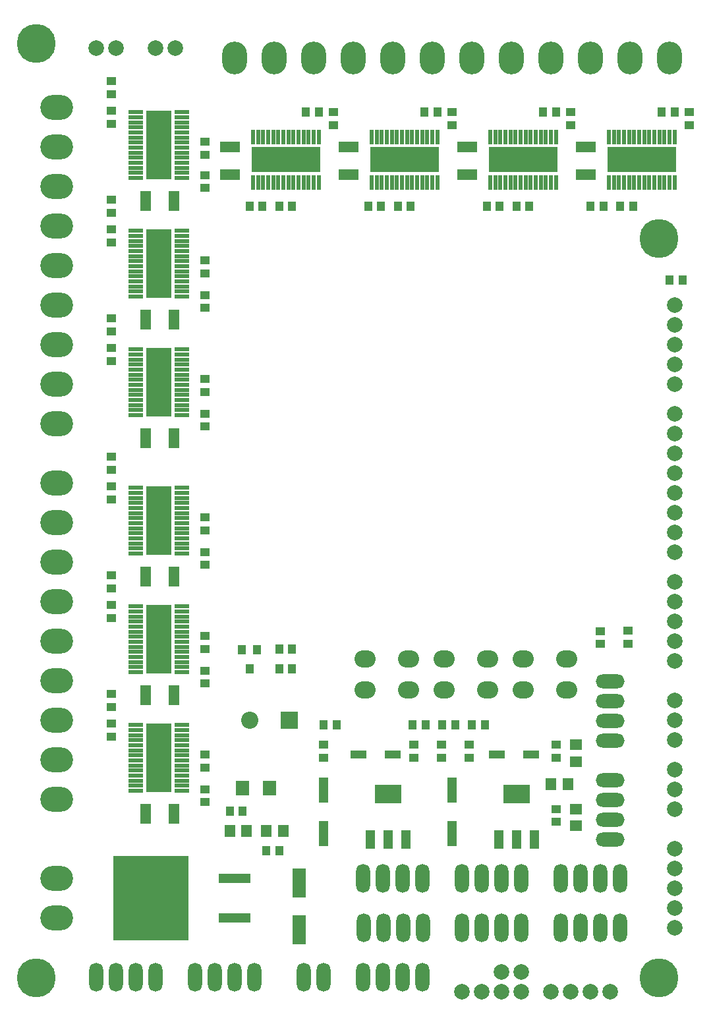
<source format=gbr>
%TF.GenerationSoftware,Altium Limited,Altium Designer,21.2.1 (34)*%
G04 Layer_Color=4408131*
%FSLAX25Y25*%
%MOIN*%
%TF.SameCoordinates,3D92BD4A-1653-4209-B07E-4AD3ED082CDC*%
%TF.FilePolarity,Negative*%
%TF.FileFunction,Soldermask,Top*%
%TF.Part,Single*%
G01*
G75*
%TA.AperFunction,SMDPad,CuDef*%
%ADD81R,0.12611X0.35052*%
%ADD82R,0.35052X0.12611*%
%ADD90R,0.03950X0.04737*%
%ADD91R,0.04737X0.03950*%
%ADD101R,0.06200X0.05300*%
%ADD102R,0.05300X0.06200*%
%TA.AperFunction,ComponentPad*%
%ADD109O,0.07099X0.14580*%
%TA.AperFunction,WasherPad*%
%ADD110C,0.19685*%
%TA.AperFunction,ComponentPad*%
%ADD111C,0.07887*%
%ADD112O,0.12611X0.16548*%
%ADD113O,0.10642X0.08674*%
%ADD114O,0.14580X0.07099*%
%ADD115O,0.16548X0.12611*%
%ADD116C,0.08674*%
%ADD117R,0.08674X0.08674*%
%TA.AperFunction,ViaPad*%
%ADD118C,0.02769*%
%TA.AperFunction,SMDPad,CuDef*%
%ADD128R,0.07493X0.02375*%
%ADD129R,0.02375X0.07493*%
%ADD130R,0.38202X0.42532*%
%ADD131R,0.16351X0.04737*%
%ADD132R,0.03950X0.04540*%
%ADD133R,0.04737X0.09265*%
%ADD134R,0.13792X0.09265*%
%ADD135R,0.06800X0.07800*%
%ADD136R,0.10249X0.05524*%
%ADD137R,0.05524X0.10249*%
%ADD138R,0.06706X0.14973*%
%ADD139R,0.07887X0.03950*%
%ADD140R,0.04737X0.12611*%
D81*
X81614Y130866D02*
D03*
Y190866D02*
D03*
Y250866D02*
D03*
Y320866D02*
D03*
Y380866D02*
D03*
Y440866D02*
D03*
D82*
X145866Y433386D02*
D03*
X205866D02*
D03*
X265866D02*
D03*
X325866D02*
D03*
D90*
X262500Y410000D02*
D03*
X269094D02*
D03*
X315000D02*
D03*
X321594D02*
D03*
X306594D02*
D03*
X300000D02*
D03*
X247510Y410001D02*
D03*
X254105D02*
D03*
X187510D02*
D03*
X194105D02*
D03*
X127510D02*
D03*
X134105D02*
D03*
X240010Y147501D02*
D03*
X246605D02*
D03*
X225010D02*
D03*
X231605D02*
D03*
X210010D02*
D03*
X216605D02*
D03*
X149094Y186000D02*
D03*
X142500D02*
D03*
X165010Y147501D02*
D03*
X171605D02*
D03*
X142500Y176000D02*
D03*
X149094D02*
D03*
X340000Y372500D02*
D03*
X346594D02*
D03*
X209094Y410000D02*
D03*
X202500D02*
D03*
X149094D02*
D03*
X142500D02*
D03*
X342500Y457500D02*
D03*
X335906D02*
D03*
X282500D02*
D03*
X275906D02*
D03*
X222500D02*
D03*
X215906D02*
D03*
X162500D02*
D03*
X155906D02*
D03*
X142594Y84000D02*
D03*
X136000D02*
D03*
X124094Y104000D02*
D03*
X117500D02*
D03*
D91*
X105000Y419063D02*
D03*
Y425657D02*
D03*
Y358406D02*
D03*
Y365000D02*
D03*
Y298406D02*
D03*
Y305000D02*
D03*
Y228406D02*
D03*
Y235000D02*
D03*
Y168406D02*
D03*
Y175000D02*
D03*
Y108406D02*
D03*
Y115000D02*
D03*
X319000Y188500D02*
D03*
Y195094D02*
D03*
X304961Y195039D02*
D03*
Y188444D02*
D03*
X238500Y130906D02*
D03*
Y137500D02*
D03*
X224500D02*
D03*
Y130906D02*
D03*
X210500D02*
D03*
Y137500D02*
D03*
X165000D02*
D03*
Y130906D02*
D03*
X350000Y457500D02*
D03*
Y450906D02*
D03*
X290000Y457500D02*
D03*
Y450906D02*
D03*
X230000Y457500D02*
D03*
Y450906D02*
D03*
X170000Y457500D02*
D03*
Y450906D02*
D03*
X104977Y442501D02*
D03*
Y435906D02*
D03*
Y382501D02*
D03*
Y375906D02*
D03*
Y322501D02*
D03*
Y315906D02*
D03*
X57500Y473157D02*
D03*
Y466563D02*
D03*
Y458157D02*
D03*
Y451563D02*
D03*
Y406563D02*
D03*
Y413157D02*
D03*
Y398157D02*
D03*
Y391563D02*
D03*
Y346563D02*
D03*
Y353157D02*
D03*
Y338157D02*
D03*
Y331563D02*
D03*
X104977Y252501D02*
D03*
Y245906D02*
D03*
X105000Y192500D02*
D03*
Y185906D02*
D03*
Y132500D02*
D03*
Y125906D02*
D03*
X57500Y283157D02*
D03*
Y276563D02*
D03*
Y268157D02*
D03*
Y261563D02*
D03*
Y216563D02*
D03*
Y223157D02*
D03*
Y208157D02*
D03*
Y201563D02*
D03*
Y156563D02*
D03*
Y163157D02*
D03*
Y141563D02*
D03*
Y148157D02*
D03*
X282500Y137500D02*
D03*
Y130906D02*
D03*
Y98406D02*
D03*
Y105000D02*
D03*
D101*
X292500Y137500D02*
D03*
Y129000D02*
D03*
Y96500D02*
D03*
Y105000D02*
D03*
D102*
X280000Y117500D02*
D03*
X288500D02*
D03*
X144500Y94000D02*
D03*
X136000D02*
D03*
X126000D02*
D03*
X117500D02*
D03*
D109*
X245000Y45000D02*
D03*
X255000D02*
D03*
X265000D02*
D03*
X235000D02*
D03*
X60000Y20000D02*
D03*
X70000D02*
D03*
X80000D02*
D03*
X50000D02*
D03*
X100000Y20000D02*
D03*
X130000D02*
D03*
X120000D02*
D03*
X110000D02*
D03*
X235000Y70000D02*
D03*
X265000D02*
D03*
X255000D02*
D03*
X245000D02*
D03*
X285000D02*
D03*
X315000D02*
D03*
X305000D02*
D03*
X295000D02*
D03*
Y45000D02*
D03*
X305000D02*
D03*
X315000D02*
D03*
X285000D02*
D03*
X185157D02*
D03*
X215157D02*
D03*
X205157D02*
D03*
X195157D02*
D03*
X155000Y20000D02*
D03*
X165000Y20000D02*
D03*
X195000Y20000D02*
D03*
X205000D02*
D03*
X215000D02*
D03*
X185000D02*
D03*
Y70000D02*
D03*
X215000D02*
D03*
X205000D02*
D03*
X195000D02*
D03*
D110*
X334646Y19685D02*
D03*
Y393701D02*
D03*
X19685Y492126D02*
D03*
Y19685D02*
D03*
D111*
X255000Y22500D02*
D03*
X265000D02*
D03*
X342500Y245000D02*
D03*
Y265000D02*
D03*
Y275000D02*
D03*
Y285000D02*
D03*
Y295000D02*
D03*
Y305000D02*
D03*
Y255000D02*
D03*
Y235000D02*
D03*
Y140000D02*
D03*
Y150000D02*
D03*
Y160000D02*
D03*
Y105000D02*
D03*
Y115000D02*
D03*
Y125000D02*
D03*
Y320000D02*
D03*
Y360000D02*
D03*
Y350000D02*
D03*
Y340000D02*
D03*
Y330000D02*
D03*
X310000Y12500D02*
D03*
X300000D02*
D03*
X290000D02*
D03*
X280000D02*
D03*
X80000Y490000D02*
D03*
X90000D02*
D03*
X50000D02*
D03*
X60000D02*
D03*
X342500Y190000D02*
D03*
Y200000D02*
D03*
Y210000D02*
D03*
Y220000D02*
D03*
Y180000D02*
D03*
X235000Y12500D02*
D03*
X245000D02*
D03*
X255000D02*
D03*
X265000D02*
D03*
X342500Y45000D02*
D03*
Y85000D02*
D03*
Y75000D02*
D03*
Y65000D02*
D03*
Y55000D02*
D03*
D112*
X120000Y485000D02*
D03*
X140000D02*
D03*
X160000D02*
D03*
X300000D02*
D03*
X320000D02*
D03*
X340000D02*
D03*
X240000D02*
D03*
X260000D02*
D03*
X280000D02*
D03*
X180000D02*
D03*
X200000D02*
D03*
X220000D02*
D03*
D113*
X185787Y181000D02*
D03*
Y165252D02*
D03*
X207835D02*
D03*
Y181000D02*
D03*
X247835D02*
D03*
Y165252D02*
D03*
X225787D02*
D03*
Y181000D02*
D03*
X265787D02*
D03*
Y165252D02*
D03*
X287835D02*
D03*
Y181000D02*
D03*
D114*
X310000Y139527D02*
D03*
Y169527D02*
D03*
Y159527D02*
D03*
Y149527D02*
D03*
Y99527D02*
D03*
Y109527D02*
D03*
Y119527D02*
D03*
Y89527D02*
D03*
D115*
X30000Y70000D02*
D03*
Y50000D02*
D03*
Y460000D02*
D03*
Y440000D02*
D03*
Y420000D02*
D03*
Y400000D02*
D03*
Y380000D02*
D03*
Y360000D02*
D03*
Y340000D02*
D03*
Y320000D02*
D03*
Y300000D02*
D03*
Y230000D02*
D03*
Y250000D02*
D03*
Y270000D02*
D03*
Y210000D02*
D03*
Y190000D02*
D03*
Y170000D02*
D03*
Y150000D02*
D03*
Y130000D02*
D03*
Y110000D02*
D03*
D116*
X127500Y150000D02*
D03*
D117*
X147500D02*
D03*
D118*
X81614Y120039D02*
D03*
Y124370D02*
D03*
Y128701D02*
D03*
Y133031D02*
D03*
Y115709D02*
D03*
X77284D02*
D03*
Y120039D02*
D03*
Y128701D02*
D03*
Y133031D02*
D03*
Y137362D02*
D03*
Y141693D02*
D03*
Y124370D02*
D03*
X85945Y115709D02*
D03*
Y120039D02*
D03*
Y124370D02*
D03*
Y128701D02*
D03*
Y133031D02*
D03*
Y137362D02*
D03*
X81614D02*
D03*
X85945Y141693D02*
D03*
X81614D02*
D03*
X85945Y146024D02*
D03*
X81614D02*
D03*
X77284D02*
D03*
Y206024D02*
D03*
X81614D02*
D03*
X85945D02*
D03*
X81614Y201693D02*
D03*
X85945D02*
D03*
X81614Y197362D02*
D03*
X85945D02*
D03*
Y193032D02*
D03*
Y188701D02*
D03*
Y184370D02*
D03*
Y180039D02*
D03*
Y175709D02*
D03*
X77284Y184370D02*
D03*
Y201693D02*
D03*
Y197362D02*
D03*
Y193032D02*
D03*
Y188701D02*
D03*
Y180039D02*
D03*
Y175709D02*
D03*
X81614D02*
D03*
Y193032D02*
D03*
Y188701D02*
D03*
Y184370D02*
D03*
Y180039D02*
D03*
Y240039D02*
D03*
Y244370D02*
D03*
Y248701D02*
D03*
Y253031D02*
D03*
Y235709D02*
D03*
X77284D02*
D03*
Y240039D02*
D03*
Y248701D02*
D03*
Y253031D02*
D03*
Y257362D02*
D03*
Y261693D02*
D03*
Y244370D02*
D03*
X85945Y235709D02*
D03*
Y240039D02*
D03*
Y244370D02*
D03*
Y248701D02*
D03*
Y253031D02*
D03*
Y257362D02*
D03*
X81614D02*
D03*
X85945Y261693D02*
D03*
X81614D02*
D03*
X85945Y266024D02*
D03*
X81614D02*
D03*
X77284D02*
D03*
Y336024D02*
D03*
X81614D02*
D03*
X85945D02*
D03*
X81614Y331693D02*
D03*
X85945D02*
D03*
X81614Y327362D02*
D03*
X85945D02*
D03*
Y323031D02*
D03*
Y318701D02*
D03*
Y314370D02*
D03*
Y310039D02*
D03*
Y305709D02*
D03*
X77284Y314370D02*
D03*
Y331693D02*
D03*
Y327362D02*
D03*
Y323031D02*
D03*
Y318701D02*
D03*
Y310039D02*
D03*
Y305709D02*
D03*
X81614D02*
D03*
Y323031D02*
D03*
Y318701D02*
D03*
Y314370D02*
D03*
Y310039D02*
D03*
Y370039D02*
D03*
Y374370D02*
D03*
Y378701D02*
D03*
Y383032D02*
D03*
Y365709D02*
D03*
X77284D02*
D03*
Y370039D02*
D03*
Y378701D02*
D03*
Y383032D02*
D03*
Y387362D02*
D03*
Y391693D02*
D03*
Y374370D02*
D03*
X85945Y365709D02*
D03*
Y370039D02*
D03*
Y374370D02*
D03*
Y378701D02*
D03*
Y383032D02*
D03*
Y387362D02*
D03*
X81614D02*
D03*
X85945Y391693D02*
D03*
X81614D02*
D03*
X85945Y396024D02*
D03*
X81614D02*
D03*
X77284D02*
D03*
Y456024D02*
D03*
X81614D02*
D03*
X85945D02*
D03*
X81614Y451693D02*
D03*
X85945D02*
D03*
X81614Y447362D02*
D03*
X85945D02*
D03*
Y443032D02*
D03*
Y438701D02*
D03*
Y434370D02*
D03*
Y430039D02*
D03*
Y425709D02*
D03*
X77284Y434370D02*
D03*
Y451693D02*
D03*
Y447362D02*
D03*
Y443032D02*
D03*
Y438701D02*
D03*
Y430039D02*
D03*
Y425709D02*
D03*
X81614D02*
D03*
Y443032D02*
D03*
Y438701D02*
D03*
Y434370D02*
D03*
Y430039D02*
D03*
X135039Y433386D02*
D03*
X139370D02*
D03*
X143701D02*
D03*
X148031D02*
D03*
X130709D02*
D03*
Y437716D02*
D03*
X135039D02*
D03*
X143701D02*
D03*
X148031D02*
D03*
X152362D02*
D03*
X156693D02*
D03*
X139370D02*
D03*
X130709Y429055D02*
D03*
X135039D02*
D03*
X139370D02*
D03*
X143701D02*
D03*
X148031D02*
D03*
X152362D02*
D03*
Y433386D02*
D03*
X156693Y429055D02*
D03*
Y433386D02*
D03*
X161024Y429055D02*
D03*
Y433386D02*
D03*
Y437716D02*
D03*
X221024D02*
D03*
Y433386D02*
D03*
Y429055D02*
D03*
X216693Y433386D02*
D03*
Y429055D02*
D03*
X212362Y433386D02*
D03*
Y429055D02*
D03*
X208032D02*
D03*
X203701D02*
D03*
X199370D02*
D03*
X195039D02*
D03*
X190709D02*
D03*
X199370Y437716D02*
D03*
X216693D02*
D03*
X212362D02*
D03*
X208032D02*
D03*
X203701D02*
D03*
X195039D02*
D03*
X190709D02*
D03*
Y433386D02*
D03*
X208032D02*
D03*
X203701D02*
D03*
X199370D02*
D03*
X195039D02*
D03*
X255039D02*
D03*
X259370D02*
D03*
X263701D02*
D03*
X268032D02*
D03*
X250709D02*
D03*
Y437716D02*
D03*
X255039D02*
D03*
X263701D02*
D03*
X268032D02*
D03*
X272362D02*
D03*
X276693D02*
D03*
X259370D02*
D03*
X250709Y429055D02*
D03*
X255039D02*
D03*
X259370D02*
D03*
X263701D02*
D03*
X268032D02*
D03*
X272362D02*
D03*
Y433386D02*
D03*
X276693Y429055D02*
D03*
Y433386D02*
D03*
X281024Y429055D02*
D03*
Y433386D02*
D03*
Y437716D02*
D03*
X341024D02*
D03*
Y433386D02*
D03*
Y429055D02*
D03*
X336693Y433386D02*
D03*
Y429055D02*
D03*
X332362Y433386D02*
D03*
Y429055D02*
D03*
X328031D02*
D03*
X323701D02*
D03*
X319370D02*
D03*
X315039D02*
D03*
X310709D02*
D03*
X319370Y437716D02*
D03*
X336693D02*
D03*
X332362D02*
D03*
X328031D02*
D03*
X323701D02*
D03*
X315039D02*
D03*
X310709D02*
D03*
Y433386D02*
D03*
X328031D02*
D03*
X323701D02*
D03*
X319370D02*
D03*
X315039D02*
D03*
D128*
X93228Y114232D02*
D03*
Y116791D02*
D03*
Y119350D02*
D03*
Y121909D02*
D03*
Y124469D02*
D03*
Y127028D02*
D03*
Y129587D02*
D03*
Y132146D02*
D03*
Y134705D02*
D03*
Y137264D02*
D03*
Y139823D02*
D03*
Y142382D02*
D03*
Y144941D02*
D03*
Y147500D02*
D03*
X70000Y114232D02*
D03*
Y116791D02*
D03*
Y119350D02*
D03*
Y121909D02*
D03*
Y124469D02*
D03*
Y127028D02*
D03*
Y129587D02*
D03*
Y132146D02*
D03*
Y134705D02*
D03*
Y137264D02*
D03*
Y139823D02*
D03*
Y142382D02*
D03*
Y144941D02*
D03*
Y147500D02*
D03*
Y207500D02*
D03*
Y204941D02*
D03*
Y202382D02*
D03*
Y199823D02*
D03*
Y197264D02*
D03*
Y194705D02*
D03*
Y192146D02*
D03*
Y189587D02*
D03*
Y187028D02*
D03*
Y184468D02*
D03*
Y181909D02*
D03*
Y179350D02*
D03*
Y176791D02*
D03*
Y174232D02*
D03*
X93228Y207500D02*
D03*
Y204941D02*
D03*
Y202382D02*
D03*
Y199823D02*
D03*
Y197264D02*
D03*
Y194705D02*
D03*
Y192146D02*
D03*
Y189587D02*
D03*
Y187028D02*
D03*
Y184468D02*
D03*
Y181909D02*
D03*
Y179350D02*
D03*
Y176791D02*
D03*
Y174232D02*
D03*
Y234232D02*
D03*
Y236791D02*
D03*
Y239350D02*
D03*
Y241910D02*
D03*
Y244468D02*
D03*
Y247028D02*
D03*
Y249587D02*
D03*
Y252146D02*
D03*
Y254705D02*
D03*
Y257264D02*
D03*
Y259823D02*
D03*
Y262382D02*
D03*
Y264941D02*
D03*
Y267500D02*
D03*
X70000Y234232D02*
D03*
Y236791D02*
D03*
Y239350D02*
D03*
Y241910D02*
D03*
Y244468D02*
D03*
Y247028D02*
D03*
Y249587D02*
D03*
Y252146D02*
D03*
Y254705D02*
D03*
Y257264D02*
D03*
Y259823D02*
D03*
Y262382D02*
D03*
Y264941D02*
D03*
Y267500D02*
D03*
Y337500D02*
D03*
Y334941D02*
D03*
Y332382D02*
D03*
Y329823D02*
D03*
Y327264D02*
D03*
Y324705D02*
D03*
Y322146D02*
D03*
Y319587D02*
D03*
Y317028D02*
D03*
Y314469D02*
D03*
Y311910D02*
D03*
Y309350D02*
D03*
Y306791D02*
D03*
Y304232D02*
D03*
X93228Y337500D02*
D03*
Y334941D02*
D03*
Y332382D02*
D03*
Y329823D02*
D03*
Y327264D02*
D03*
Y324705D02*
D03*
Y322146D02*
D03*
Y319587D02*
D03*
Y317028D02*
D03*
Y314469D02*
D03*
Y311910D02*
D03*
Y309350D02*
D03*
Y306791D02*
D03*
Y304232D02*
D03*
Y364232D02*
D03*
Y366791D02*
D03*
Y369350D02*
D03*
Y371909D02*
D03*
Y374468D02*
D03*
Y377028D02*
D03*
Y379587D02*
D03*
Y382146D02*
D03*
Y384705D02*
D03*
Y387264D02*
D03*
Y389823D02*
D03*
Y392382D02*
D03*
Y394941D02*
D03*
Y397500D02*
D03*
X70000Y364232D02*
D03*
Y366791D02*
D03*
Y369350D02*
D03*
Y371909D02*
D03*
Y374468D02*
D03*
Y377028D02*
D03*
Y379587D02*
D03*
Y382146D02*
D03*
Y384705D02*
D03*
Y387264D02*
D03*
Y389823D02*
D03*
Y392382D02*
D03*
Y394941D02*
D03*
Y397500D02*
D03*
Y457500D02*
D03*
Y454941D02*
D03*
Y452382D02*
D03*
Y449823D02*
D03*
Y447264D02*
D03*
Y444705D02*
D03*
Y442146D02*
D03*
Y439587D02*
D03*
Y437028D02*
D03*
Y434469D02*
D03*
Y431910D02*
D03*
Y429350D02*
D03*
Y426791D02*
D03*
Y424232D02*
D03*
X93228Y457500D02*
D03*
Y454941D02*
D03*
Y452382D02*
D03*
Y449823D02*
D03*
Y447264D02*
D03*
Y444705D02*
D03*
Y442146D02*
D03*
Y439587D02*
D03*
Y437028D02*
D03*
Y434469D02*
D03*
Y431910D02*
D03*
Y429350D02*
D03*
Y426791D02*
D03*
Y424232D02*
D03*
D129*
X129232Y421772D02*
D03*
X131791D02*
D03*
X134350D02*
D03*
X136909D02*
D03*
X139469D02*
D03*
X142028D02*
D03*
X144587D02*
D03*
X147146D02*
D03*
X149705D02*
D03*
X152264D02*
D03*
X154823D02*
D03*
X157382D02*
D03*
X159941D02*
D03*
X162500D02*
D03*
X129232Y445000D02*
D03*
X131791D02*
D03*
X134350D02*
D03*
X136909D02*
D03*
X139469D02*
D03*
X142028D02*
D03*
X144587D02*
D03*
X147146D02*
D03*
X149705D02*
D03*
X152264D02*
D03*
X154823D02*
D03*
X157382D02*
D03*
X159941D02*
D03*
X162500D02*
D03*
X222500D02*
D03*
X219941D02*
D03*
X217382D02*
D03*
X214823D02*
D03*
X212264D02*
D03*
X209705D02*
D03*
X207146D02*
D03*
X204587D02*
D03*
X202028D02*
D03*
X199469D02*
D03*
X196909D02*
D03*
X194350D02*
D03*
X191791D02*
D03*
X189232D02*
D03*
X222500Y421772D02*
D03*
X219941D02*
D03*
X217382D02*
D03*
X214823D02*
D03*
X212264D02*
D03*
X209705D02*
D03*
X207146D02*
D03*
X204587D02*
D03*
X202028D02*
D03*
X199469D02*
D03*
X196909D02*
D03*
X194350D02*
D03*
X191791D02*
D03*
X189232D02*
D03*
X249232D02*
D03*
X251791D02*
D03*
X254350D02*
D03*
X256909D02*
D03*
X259469D02*
D03*
X262028D02*
D03*
X264587D02*
D03*
X267146D02*
D03*
X269705D02*
D03*
X272264D02*
D03*
X274823D02*
D03*
X277382D02*
D03*
X279941D02*
D03*
X282500D02*
D03*
X249232Y445000D02*
D03*
X251791D02*
D03*
X254350D02*
D03*
X256909D02*
D03*
X259469D02*
D03*
X262028D02*
D03*
X264587D02*
D03*
X267146D02*
D03*
X269705D02*
D03*
X272264D02*
D03*
X274823D02*
D03*
X277382D02*
D03*
X279941D02*
D03*
X282500D02*
D03*
X342500D02*
D03*
X339941D02*
D03*
X337382D02*
D03*
X334823D02*
D03*
X332264D02*
D03*
X329705D02*
D03*
X327146D02*
D03*
X324587D02*
D03*
X322028D02*
D03*
X319468D02*
D03*
X316910D02*
D03*
X314350D02*
D03*
X311791D02*
D03*
X309232D02*
D03*
X342500Y421772D02*
D03*
X339941D02*
D03*
X337382D02*
D03*
X334823D02*
D03*
X332264D02*
D03*
X329705D02*
D03*
X327146D02*
D03*
X324587D02*
D03*
X322028D02*
D03*
X319468D02*
D03*
X316910D02*
D03*
X314350D02*
D03*
X311791D02*
D03*
X309232D02*
D03*
D130*
X77500Y60000D02*
D03*
D131*
X120000Y70000D02*
D03*
Y50000D02*
D03*
D132*
X131437Y185449D02*
D03*
X123563D02*
D03*
X127500Y176000D02*
D03*
D133*
X253445Y89469D02*
D03*
X262500D02*
D03*
X271555D02*
D03*
X188445D02*
D03*
X197500D02*
D03*
X206555D02*
D03*
D134*
X262500Y112500D02*
D03*
X197500D02*
D03*
D135*
X124000Y115500D02*
D03*
X137500D02*
D03*
D136*
X297500Y440000D02*
D03*
Y425827D02*
D03*
X237500Y440000D02*
D03*
Y425827D02*
D03*
X177500Y440000D02*
D03*
Y425827D02*
D03*
X117500Y440000D02*
D03*
Y425827D02*
D03*
D137*
X75000Y412500D02*
D03*
X89173D02*
D03*
X75000Y352500D02*
D03*
X89173D02*
D03*
X75000Y292500D02*
D03*
X89173D02*
D03*
X75000Y102500D02*
D03*
X89173D02*
D03*
X75000Y162500D02*
D03*
X89173D02*
D03*
X75000Y222500D02*
D03*
X89173D02*
D03*
D138*
X152500Y43878D02*
D03*
Y67500D02*
D03*
D139*
X270000Y132500D02*
D03*
X252677D02*
D03*
X182677D02*
D03*
X200000D02*
D03*
D140*
X230000Y114500D02*
D03*
Y92500D02*
D03*
X165000Y114500D02*
D03*
Y92500D02*
D03*
%TF.MD5,6a174f497223e8319cc19322c6e98e8a*%
M02*

</source>
